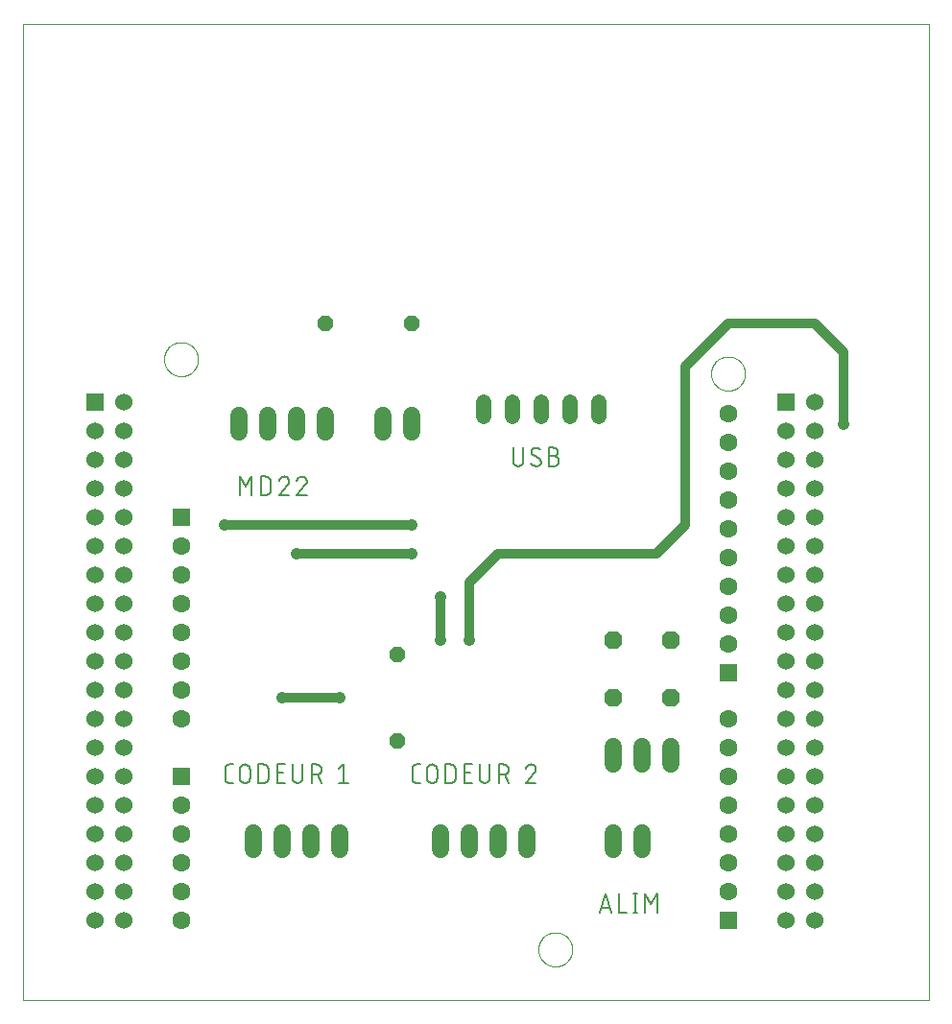
<source format=gtl>
G75*
%MOIN*%
%OFA0B0*%
%FSLAX25Y25*%
%IPPOS*%
%LPD*%
%AMOC8*
5,1,8,0,0,1.08239X$1,22.5*
%
%ADD10C,0.00000*%
%ADD11C,0.00600*%
%ADD12R,0.06024X0.06024*%
%ADD13C,0.06024*%
%ADD14R,0.06319X0.06319*%
%ADD15C,0.06319*%
%ADD16C,0.05937*%
%ADD17C,0.05200*%
%ADD18C,0.06000*%
%ADD19OC8,0.06300*%
%ADD20OC8,0.05200*%
%ADD21C,0.04159*%
%ADD22C,0.03200*%
D10*
X0001000Y0001000D02*
X0001000Y0339701D01*
X0315921Y0339701D01*
X0315921Y0001000D01*
X0001000Y0001000D01*
X0180094Y0018441D02*
X0180096Y0018594D01*
X0180102Y0018748D01*
X0180112Y0018901D01*
X0180126Y0019053D01*
X0180144Y0019206D01*
X0180166Y0019357D01*
X0180191Y0019508D01*
X0180221Y0019659D01*
X0180255Y0019809D01*
X0180292Y0019957D01*
X0180333Y0020105D01*
X0180378Y0020251D01*
X0180427Y0020397D01*
X0180480Y0020541D01*
X0180536Y0020683D01*
X0180596Y0020824D01*
X0180660Y0020964D01*
X0180727Y0021102D01*
X0180798Y0021238D01*
X0180873Y0021372D01*
X0180950Y0021504D01*
X0181032Y0021634D01*
X0181116Y0021762D01*
X0181204Y0021888D01*
X0181295Y0022011D01*
X0181389Y0022132D01*
X0181487Y0022250D01*
X0181587Y0022366D01*
X0181691Y0022479D01*
X0181797Y0022590D01*
X0181906Y0022698D01*
X0182018Y0022803D01*
X0182132Y0022904D01*
X0182250Y0023003D01*
X0182369Y0023099D01*
X0182491Y0023192D01*
X0182616Y0023281D01*
X0182743Y0023368D01*
X0182872Y0023450D01*
X0183003Y0023530D01*
X0183136Y0023606D01*
X0183271Y0023679D01*
X0183408Y0023748D01*
X0183547Y0023813D01*
X0183687Y0023875D01*
X0183829Y0023933D01*
X0183972Y0023988D01*
X0184117Y0024039D01*
X0184263Y0024086D01*
X0184410Y0024129D01*
X0184558Y0024168D01*
X0184707Y0024204D01*
X0184857Y0024235D01*
X0185008Y0024263D01*
X0185159Y0024287D01*
X0185312Y0024307D01*
X0185464Y0024323D01*
X0185617Y0024335D01*
X0185770Y0024343D01*
X0185923Y0024347D01*
X0186077Y0024347D01*
X0186230Y0024343D01*
X0186383Y0024335D01*
X0186536Y0024323D01*
X0186688Y0024307D01*
X0186841Y0024287D01*
X0186992Y0024263D01*
X0187143Y0024235D01*
X0187293Y0024204D01*
X0187442Y0024168D01*
X0187590Y0024129D01*
X0187737Y0024086D01*
X0187883Y0024039D01*
X0188028Y0023988D01*
X0188171Y0023933D01*
X0188313Y0023875D01*
X0188453Y0023813D01*
X0188592Y0023748D01*
X0188729Y0023679D01*
X0188864Y0023606D01*
X0188997Y0023530D01*
X0189128Y0023450D01*
X0189257Y0023368D01*
X0189384Y0023281D01*
X0189509Y0023192D01*
X0189631Y0023099D01*
X0189750Y0023003D01*
X0189868Y0022904D01*
X0189982Y0022803D01*
X0190094Y0022698D01*
X0190203Y0022590D01*
X0190309Y0022479D01*
X0190413Y0022366D01*
X0190513Y0022250D01*
X0190611Y0022132D01*
X0190705Y0022011D01*
X0190796Y0021888D01*
X0190884Y0021762D01*
X0190968Y0021634D01*
X0191050Y0021504D01*
X0191127Y0021372D01*
X0191202Y0021238D01*
X0191273Y0021102D01*
X0191340Y0020964D01*
X0191404Y0020824D01*
X0191464Y0020683D01*
X0191520Y0020541D01*
X0191573Y0020397D01*
X0191622Y0020251D01*
X0191667Y0020105D01*
X0191708Y0019957D01*
X0191745Y0019809D01*
X0191779Y0019659D01*
X0191809Y0019508D01*
X0191834Y0019357D01*
X0191856Y0019206D01*
X0191874Y0019053D01*
X0191888Y0018901D01*
X0191898Y0018748D01*
X0191904Y0018594D01*
X0191906Y0018441D01*
X0191904Y0018288D01*
X0191898Y0018134D01*
X0191888Y0017981D01*
X0191874Y0017829D01*
X0191856Y0017676D01*
X0191834Y0017525D01*
X0191809Y0017374D01*
X0191779Y0017223D01*
X0191745Y0017073D01*
X0191708Y0016925D01*
X0191667Y0016777D01*
X0191622Y0016631D01*
X0191573Y0016485D01*
X0191520Y0016341D01*
X0191464Y0016199D01*
X0191404Y0016058D01*
X0191340Y0015918D01*
X0191273Y0015780D01*
X0191202Y0015644D01*
X0191127Y0015510D01*
X0191050Y0015378D01*
X0190968Y0015248D01*
X0190884Y0015120D01*
X0190796Y0014994D01*
X0190705Y0014871D01*
X0190611Y0014750D01*
X0190513Y0014632D01*
X0190413Y0014516D01*
X0190309Y0014403D01*
X0190203Y0014292D01*
X0190094Y0014184D01*
X0189982Y0014079D01*
X0189868Y0013978D01*
X0189750Y0013879D01*
X0189631Y0013783D01*
X0189509Y0013690D01*
X0189384Y0013601D01*
X0189257Y0013514D01*
X0189128Y0013432D01*
X0188997Y0013352D01*
X0188864Y0013276D01*
X0188729Y0013203D01*
X0188592Y0013134D01*
X0188453Y0013069D01*
X0188313Y0013007D01*
X0188171Y0012949D01*
X0188028Y0012894D01*
X0187883Y0012843D01*
X0187737Y0012796D01*
X0187590Y0012753D01*
X0187442Y0012714D01*
X0187293Y0012678D01*
X0187143Y0012647D01*
X0186992Y0012619D01*
X0186841Y0012595D01*
X0186688Y0012575D01*
X0186536Y0012559D01*
X0186383Y0012547D01*
X0186230Y0012539D01*
X0186077Y0012535D01*
X0185923Y0012535D01*
X0185770Y0012539D01*
X0185617Y0012547D01*
X0185464Y0012559D01*
X0185312Y0012575D01*
X0185159Y0012595D01*
X0185008Y0012619D01*
X0184857Y0012647D01*
X0184707Y0012678D01*
X0184558Y0012714D01*
X0184410Y0012753D01*
X0184263Y0012796D01*
X0184117Y0012843D01*
X0183972Y0012894D01*
X0183829Y0012949D01*
X0183687Y0013007D01*
X0183547Y0013069D01*
X0183408Y0013134D01*
X0183271Y0013203D01*
X0183136Y0013276D01*
X0183003Y0013352D01*
X0182872Y0013432D01*
X0182743Y0013514D01*
X0182616Y0013601D01*
X0182491Y0013690D01*
X0182369Y0013783D01*
X0182250Y0013879D01*
X0182132Y0013978D01*
X0182018Y0014079D01*
X0181906Y0014184D01*
X0181797Y0014292D01*
X0181691Y0014403D01*
X0181587Y0014516D01*
X0181487Y0014632D01*
X0181389Y0014750D01*
X0181295Y0014871D01*
X0181204Y0014994D01*
X0181116Y0015120D01*
X0181032Y0015248D01*
X0180950Y0015378D01*
X0180873Y0015510D01*
X0180798Y0015644D01*
X0180727Y0015780D01*
X0180660Y0015918D01*
X0180596Y0016058D01*
X0180536Y0016199D01*
X0180480Y0016341D01*
X0180427Y0016485D01*
X0180378Y0016631D01*
X0180333Y0016777D01*
X0180292Y0016925D01*
X0180255Y0017073D01*
X0180221Y0017223D01*
X0180191Y0017374D01*
X0180166Y0017525D01*
X0180144Y0017676D01*
X0180126Y0017829D01*
X0180112Y0017981D01*
X0180102Y0018134D01*
X0180096Y0018288D01*
X0180094Y0018441D01*
X0240094Y0218441D02*
X0240096Y0218594D01*
X0240102Y0218748D01*
X0240112Y0218901D01*
X0240126Y0219053D01*
X0240144Y0219206D01*
X0240166Y0219357D01*
X0240191Y0219508D01*
X0240221Y0219659D01*
X0240255Y0219809D01*
X0240292Y0219957D01*
X0240333Y0220105D01*
X0240378Y0220251D01*
X0240427Y0220397D01*
X0240480Y0220541D01*
X0240536Y0220683D01*
X0240596Y0220824D01*
X0240660Y0220964D01*
X0240727Y0221102D01*
X0240798Y0221238D01*
X0240873Y0221372D01*
X0240950Y0221504D01*
X0241032Y0221634D01*
X0241116Y0221762D01*
X0241204Y0221888D01*
X0241295Y0222011D01*
X0241389Y0222132D01*
X0241487Y0222250D01*
X0241587Y0222366D01*
X0241691Y0222479D01*
X0241797Y0222590D01*
X0241906Y0222698D01*
X0242018Y0222803D01*
X0242132Y0222904D01*
X0242250Y0223003D01*
X0242369Y0223099D01*
X0242491Y0223192D01*
X0242616Y0223281D01*
X0242743Y0223368D01*
X0242872Y0223450D01*
X0243003Y0223530D01*
X0243136Y0223606D01*
X0243271Y0223679D01*
X0243408Y0223748D01*
X0243547Y0223813D01*
X0243687Y0223875D01*
X0243829Y0223933D01*
X0243972Y0223988D01*
X0244117Y0224039D01*
X0244263Y0224086D01*
X0244410Y0224129D01*
X0244558Y0224168D01*
X0244707Y0224204D01*
X0244857Y0224235D01*
X0245008Y0224263D01*
X0245159Y0224287D01*
X0245312Y0224307D01*
X0245464Y0224323D01*
X0245617Y0224335D01*
X0245770Y0224343D01*
X0245923Y0224347D01*
X0246077Y0224347D01*
X0246230Y0224343D01*
X0246383Y0224335D01*
X0246536Y0224323D01*
X0246688Y0224307D01*
X0246841Y0224287D01*
X0246992Y0224263D01*
X0247143Y0224235D01*
X0247293Y0224204D01*
X0247442Y0224168D01*
X0247590Y0224129D01*
X0247737Y0224086D01*
X0247883Y0224039D01*
X0248028Y0223988D01*
X0248171Y0223933D01*
X0248313Y0223875D01*
X0248453Y0223813D01*
X0248592Y0223748D01*
X0248729Y0223679D01*
X0248864Y0223606D01*
X0248997Y0223530D01*
X0249128Y0223450D01*
X0249257Y0223368D01*
X0249384Y0223281D01*
X0249509Y0223192D01*
X0249631Y0223099D01*
X0249750Y0223003D01*
X0249868Y0222904D01*
X0249982Y0222803D01*
X0250094Y0222698D01*
X0250203Y0222590D01*
X0250309Y0222479D01*
X0250413Y0222366D01*
X0250513Y0222250D01*
X0250611Y0222132D01*
X0250705Y0222011D01*
X0250796Y0221888D01*
X0250884Y0221762D01*
X0250968Y0221634D01*
X0251050Y0221504D01*
X0251127Y0221372D01*
X0251202Y0221238D01*
X0251273Y0221102D01*
X0251340Y0220964D01*
X0251404Y0220824D01*
X0251464Y0220683D01*
X0251520Y0220541D01*
X0251573Y0220397D01*
X0251622Y0220251D01*
X0251667Y0220105D01*
X0251708Y0219957D01*
X0251745Y0219809D01*
X0251779Y0219659D01*
X0251809Y0219508D01*
X0251834Y0219357D01*
X0251856Y0219206D01*
X0251874Y0219053D01*
X0251888Y0218901D01*
X0251898Y0218748D01*
X0251904Y0218594D01*
X0251906Y0218441D01*
X0251904Y0218288D01*
X0251898Y0218134D01*
X0251888Y0217981D01*
X0251874Y0217829D01*
X0251856Y0217676D01*
X0251834Y0217525D01*
X0251809Y0217374D01*
X0251779Y0217223D01*
X0251745Y0217073D01*
X0251708Y0216925D01*
X0251667Y0216777D01*
X0251622Y0216631D01*
X0251573Y0216485D01*
X0251520Y0216341D01*
X0251464Y0216199D01*
X0251404Y0216058D01*
X0251340Y0215918D01*
X0251273Y0215780D01*
X0251202Y0215644D01*
X0251127Y0215510D01*
X0251050Y0215378D01*
X0250968Y0215248D01*
X0250884Y0215120D01*
X0250796Y0214994D01*
X0250705Y0214871D01*
X0250611Y0214750D01*
X0250513Y0214632D01*
X0250413Y0214516D01*
X0250309Y0214403D01*
X0250203Y0214292D01*
X0250094Y0214184D01*
X0249982Y0214079D01*
X0249868Y0213978D01*
X0249750Y0213879D01*
X0249631Y0213783D01*
X0249509Y0213690D01*
X0249384Y0213601D01*
X0249257Y0213514D01*
X0249128Y0213432D01*
X0248997Y0213352D01*
X0248864Y0213276D01*
X0248729Y0213203D01*
X0248592Y0213134D01*
X0248453Y0213069D01*
X0248313Y0213007D01*
X0248171Y0212949D01*
X0248028Y0212894D01*
X0247883Y0212843D01*
X0247737Y0212796D01*
X0247590Y0212753D01*
X0247442Y0212714D01*
X0247293Y0212678D01*
X0247143Y0212647D01*
X0246992Y0212619D01*
X0246841Y0212595D01*
X0246688Y0212575D01*
X0246536Y0212559D01*
X0246383Y0212547D01*
X0246230Y0212539D01*
X0246077Y0212535D01*
X0245923Y0212535D01*
X0245770Y0212539D01*
X0245617Y0212547D01*
X0245464Y0212559D01*
X0245312Y0212575D01*
X0245159Y0212595D01*
X0245008Y0212619D01*
X0244857Y0212647D01*
X0244707Y0212678D01*
X0244558Y0212714D01*
X0244410Y0212753D01*
X0244263Y0212796D01*
X0244117Y0212843D01*
X0243972Y0212894D01*
X0243829Y0212949D01*
X0243687Y0213007D01*
X0243547Y0213069D01*
X0243408Y0213134D01*
X0243271Y0213203D01*
X0243136Y0213276D01*
X0243003Y0213352D01*
X0242872Y0213432D01*
X0242743Y0213514D01*
X0242616Y0213601D01*
X0242491Y0213690D01*
X0242369Y0213783D01*
X0242250Y0213879D01*
X0242132Y0213978D01*
X0242018Y0214079D01*
X0241906Y0214184D01*
X0241797Y0214292D01*
X0241691Y0214403D01*
X0241587Y0214516D01*
X0241487Y0214632D01*
X0241389Y0214750D01*
X0241295Y0214871D01*
X0241204Y0214994D01*
X0241116Y0215120D01*
X0241032Y0215248D01*
X0240950Y0215378D01*
X0240873Y0215510D01*
X0240798Y0215644D01*
X0240727Y0215780D01*
X0240660Y0215918D01*
X0240596Y0216058D01*
X0240536Y0216199D01*
X0240480Y0216341D01*
X0240427Y0216485D01*
X0240378Y0216631D01*
X0240333Y0216777D01*
X0240292Y0216925D01*
X0240255Y0217073D01*
X0240221Y0217223D01*
X0240191Y0217374D01*
X0240166Y0217525D01*
X0240144Y0217676D01*
X0240126Y0217829D01*
X0240112Y0217981D01*
X0240102Y0218134D01*
X0240096Y0218288D01*
X0240094Y0218441D01*
X0050094Y0223441D02*
X0050096Y0223594D01*
X0050102Y0223748D01*
X0050112Y0223901D01*
X0050126Y0224053D01*
X0050144Y0224206D01*
X0050166Y0224357D01*
X0050191Y0224508D01*
X0050221Y0224659D01*
X0050255Y0224809D01*
X0050292Y0224957D01*
X0050333Y0225105D01*
X0050378Y0225251D01*
X0050427Y0225397D01*
X0050480Y0225541D01*
X0050536Y0225683D01*
X0050596Y0225824D01*
X0050660Y0225964D01*
X0050727Y0226102D01*
X0050798Y0226238D01*
X0050873Y0226372D01*
X0050950Y0226504D01*
X0051032Y0226634D01*
X0051116Y0226762D01*
X0051204Y0226888D01*
X0051295Y0227011D01*
X0051389Y0227132D01*
X0051487Y0227250D01*
X0051587Y0227366D01*
X0051691Y0227479D01*
X0051797Y0227590D01*
X0051906Y0227698D01*
X0052018Y0227803D01*
X0052132Y0227904D01*
X0052250Y0228003D01*
X0052369Y0228099D01*
X0052491Y0228192D01*
X0052616Y0228281D01*
X0052743Y0228368D01*
X0052872Y0228450D01*
X0053003Y0228530D01*
X0053136Y0228606D01*
X0053271Y0228679D01*
X0053408Y0228748D01*
X0053547Y0228813D01*
X0053687Y0228875D01*
X0053829Y0228933D01*
X0053972Y0228988D01*
X0054117Y0229039D01*
X0054263Y0229086D01*
X0054410Y0229129D01*
X0054558Y0229168D01*
X0054707Y0229204D01*
X0054857Y0229235D01*
X0055008Y0229263D01*
X0055159Y0229287D01*
X0055312Y0229307D01*
X0055464Y0229323D01*
X0055617Y0229335D01*
X0055770Y0229343D01*
X0055923Y0229347D01*
X0056077Y0229347D01*
X0056230Y0229343D01*
X0056383Y0229335D01*
X0056536Y0229323D01*
X0056688Y0229307D01*
X0056841Y0229287D01*
X0056992Y0229263D01*
X0057143Y0229235D01*
X0057293Y0229204D01*
X0057442Y0229168D01*
X0057590Y0229129D01*
X0057737Y0229086D01*
X0057883Y0229039D01*
X0058028Y0228988D01*
X0058171Y0228933D01*
X0058313Y0228875D01*
X0058453Y0228813D01*
X0058592Y0228748D01*
X0058729Y0228679D01*
X0058864Y0228606D01*
X0058997Y0228530D01*
X0059128Y0228450D01*
X0059257Y0228368D01*
X0059384Y0228281D01*
X0059509Y0228192D01*
X0059631Y0228099D01*
X0059750Y0228003D01*
X0059868Y0227904D01*
X0059982Y0227803D01*
X0060094Y0227698D01*
X0060203Y0227590D01*
X0060309Y0227479D01*
X0060413Y0227366D01*
X0060513Y0227250D01*
X0060611Y0227132D01*
X0060705Y0227011D01*
X0060796Y0226888D01*
X0060884Y0226762D01*
X0060968Y0226634D01*
X0061050Y0226504D01*
X0061127Y0226372D01*
X0061202Y0226238D01*
X0061273Y0226102D01*
X0061340Y0225964D01*
X0061404Y0225824D01*
X0061464Y0225683D01*
X0061520Y0225541D01*
X0061573Y0225397D01*
X0061622Y0225251D01*
X0061667Y0225105D01*
X0061708Y0224957D01*
X0061745Y0224809D01*
X0061779Y0224659D01*
X0061809Y0224508D01*
X0061834Y0224357D01*
X0061856Y0224206D01*
X0061874Y0224053D01*
X0061888Y0223901D01*
X0061898Y0223748D01*
X0061904Y0223594D01*
X0061906Y0223441D01*
X0061904Y0223288D01*
X0061898Y0223134D01*
X0061888Y0222981D01*
X0061874Y0222829D01*
X0061856Y0222676D01*
X0061834Y0222525D01*
X0061809Y0222374D01*
X0061779Y0222223D01*
X0061745Y0222073D01*
X0061708Y0221925D01*
X0061667Y0221777D01*
X0061622Y0221631D01*
X0061573Y0221485D01*
X0061520Y0221341D01*
X0061464Y0221199D01*
X0061404Y0221058D01*
X0061340Y0220918D01*
X0061273Y0220780D01*
X0061202Y0220644D01*
X0061127Y0220510D01*
X0061050Y0220378D01*
X0060968Y0220248D01*
X0060884Y0220120D01*
X0060796Y0219994D01*
X0060705Y0219871D01*
X0060611Y0219750D01*
X0060513Y0219632D01*
X0060413Y0219516D01*
X0060309Y0219403D01*
X0060203Y0219292D01*
X0060094Y0219184D01*
X0059982Y0219079D01*
X0059868Y0218978D01*
X0059750Y0218879D01*
X0059631Y0218783D01*
X0059509Y0218690D01*
X0059384Y0218601D01*
X0059257Y0218514D01*
X0059128Y0218432D01*
X0058997Y0218352D01*
X0058864Y0218276D01*
X0058729Y0218203D01*
X0058592Y0218134D01*
X0058453Y0218069D01*
X0058313Y0218007D01*
X0058171Y0217949D01*
X0058028Y0217894D01*
X0057883Y0217843D01*
X0057737Y0217796D01*
X0057590Y0217753D01*
X0057442Y0217714D01*
X0057293Y0217678D01*
X0057143Y0217647D01*
X0056992Y0217619D01*
X0056841Y0217595D01*
X0056688Y0217575D01*
X0056536Y0217559D01*
X0056383Y0217547D01*
X0056230Y0217539D01*
X0056077Y0217535D01*
X0055923Y0217535D01*
X0055770Y0217539D01*
X0055617Y0217547D01*
X0055464Y0217559D01*
X0055312Y0217575D01*
X0055159Y0217595D01*
X0055008Y0217619D01*
X0054857Y0217647D01*
X0054707Y0217678D01*
X0054558Y0217714D01*
X0054410Y0217753D01*
X0054263Y0217796D01*
X0054117Y0217843D01*
X0053972Y0217894D01*
X0053829Y0217949D01*
X0053687Y0218007D01*
X0053547Y0218069D01*
X0053408Y0218134D01*
X0053271Y0218203D01*
X0053136Y0218276D01*
X0053003Y0218352D01*
X0052872Y0218432D01*
X0052743Y0218514D01*
X0052616Y0218601D01*
X0052491Y0218690D01*
X0052369Y0218783D01*
X0052250Y0218879D01*
X0052132Y0218978D01*
X0052018Y0219079D01*
X0051906Y0219184D01*
X0051797Y0219292D01*
X0051691Y0219403D01*
X0051587Y0219516D01*
X0051487Y0219632D01*
X0051389Y0219750D01*
X0051295Y0219871D01*
X0051204Y0219994D01*
X0051116Y0220120D01*
X0051032Y0220248D01*
X0050950Y0220378D01*
X0050873Y0220510D01*
X0050798Y0220644D01*
X0050727Y0220780D01*
X0050660Y0220918D01*
X0050596Y0221058D01*
X0050536Y0221199D01*
X0050480Y0221341D01*
X0050427Y0221485D01*
X0050378Y0221631D01*
X0050333Y0221777D01*
X0050292Y0221925D01*
X0050255Y0222073D01*
X0050221Y0222223D01*
X0050191Y0222374D01*
X0050166Y0222525D01*
X0050144Y0222676D01*
X0050126Y0222829D01*
X0050112Y0222981D01*
X0050102Y0223134D01*
X0050096Y0223288D01*
X0050094Y0223441D01*
D11*
X0076300Y0182700D02*
X0078433Y0179144D01*
X0080567Y0182700D01*
X0080567Y0176300D01*
X0083630Y0176300D02*
X0085408Y0176300D01*
X0085490Y0176302D01*
X0085572Y0176308D01*
X0085654Y0176317D01*
X0085735Y0176330D01*
X0085815Y0176347D01*
X0085895Y0176368D01*
X0085973Y0176392D01*
X0086050Y0176420D01*
X0086126Y0176451D01*
X0086201Y0176486D01*
X0086273Y0176525D01*
X0086344Y0176566D01*
X0086413Y0176611D01*
X0086479Y0176659D01*
X0086544Y0176710D01*
X0086606Y0176764D01*
X0086665Y0176821D01*
X0086722Y0176880D01*
X0086776Y0176942D01*
X0086827Y0177007D01*
X0086875Y0177073D01*
X0086920Y0177142D01*
X0086961Y0177213D01*
X0087000Y0177285D01*
X0087035Y0177360D01*
X0087066Y0177436D01*
X0087094Y0177513D01*
X0087118Y0177591D01*
X0087139Y0177671D01*
X0087156Y0177751D01*
X0087169Y0177832D01*
X0087178Y0177914D01*
X0087184Y0177996D01*
X0087186Y0178078D01*
X0087186Y0180922D01*
X0087184Y0181004D01*
X0087178Y0181086D01*
X0087169Y0181168D01*
X0087156Y0181249D01*
X0087139Y0181329D01*
X0087118Y0181409D01*
X0087094Y0181487D01*
X0087066Y0181564D01*
X0087035Y0181640D01*
X0087000Y0181715D01*
X0086961Y0181787D01*
X0086920Y0181858D01*
X0086875Y0181927D01*
X0086827Y0181993D01*
X0086776Y0182058D01*
X0086722Y0182120D01*
X0086665Y0182179D01*
X0086606Y0182236D01*
X0086544Y0182290D01*
X0086479Y0182341D01*
X0086413Y0182389D01*
X0086344Y0182434D01*
X0086273Y0182475D01*
X0086201Y0182514D01*
X0086126Y0182549D01*
X0086050Y0182580D01*
X0085973Y0182608D01*
X0085895Y0182632D01*
X0085815Y0182653D01*
X0085735Y0182670D01*
X0085654Y0182683D01*
X0085572Y0182692D01*
X0085490Y0182698D01*
X0085408Y0182700D01*
X0083630Y0182700D01*
X0083630Y0176300D01*
X0089989Y0176300D02*
X0093545Y0176300D01*
X0096143Y0176300D02*
X0099699Y0176300D01*
X0096143Y0176300D02*
X0099166Y0179856D01*
X0098099Y0182700D02*
X0098010Y0182698D01*
X0097921Y0182692D01*
X0097832Y0182683D01*
X0097744Y0182669D01*
X0097657Y0182652D01*
X0097570Y0182631D01*
X0097484Y0182606D01*
X0097400Y0182578D01*
X0097317Y0182545D01*
X0097235Y0182510D01*
X0097155Y0182470D01*
X0097077Y0182428D01*
X0097000Y0182382D01*
X0096926Y0182333D01*
X0096854Y0182280D01*
X0096784Y0182225D01*
X0096717Y0182166D01*
X0096652Y0182105D01*
X0096590Y0182041D01*
X0096531Y0181974D01*
X0096475Y0181905D01*
X0096422Y0181833D01*
X0096372Y0181759D01*
X0096325Y0181683D01*
X0096282Y0181606D01*
X0096242Y0181526D01*
X0096205Y0181445D01*
X0096172Y0181362D01*
X0096143Y0181277D01*
X0099166Y0179855D02*
X0099223Y0179913D01*
X0099279Y0179974D01*
X0099331Y0180037D01*
X0099380Y0180102D01*
X0099426Y0180170D01*
X0099468Y0180240D01*
X0099508Y0180312D01*
X0099543Y0180385D01*
X0099576Y0180461D01*
X0099604Y0180537D01*
X0099629Y0180615D01*
X0099650Y0180694D01*
X0099668Y0180774D01*
X0099681Y0180855D01*
X0099691Y0180936D01*
X0099697Y0181018D01*
X0099699Y0181100D01*
X0099697Y0181179D01*
X0099691Y0181257D01*
X0099682Y0181335D01*
X0099668Y0181412D01*
X0099651Y0181489D01*
X0099630Y0181564D01*
X0099605Y0181639D01*
X0099577Y0181712D01*
X0099545Y0181784D01*
X0099510Y0181854D01*
X0099471Y0181923D01*
X0099429Y0181989D01*
X0099384Y0182053D01*
X0099336Y0182115D01*
X0099285Y0182174D01*
X0099230Y0182231D01*
X0099173Y0182286D01*
X0099114Y0182337D01*
X0099052Y0182385D01*
X0098988Y0182430D01*
X0098922Y0182472D01*
X0098853Y0182511D01*
X0098783Y0182546D01*
X0098711Y0182578D01*
X0098638Y0182606D01*
X0098563Y0182631D01*
X0098488Y0182652D01*
X0098411Y0182669D01*
X0098334Y0182683D01*
X0098256Y0182692D01*
X0098178Y0182698D01*
X0098099Y0182700D01*
X0093012Y0179856D02*
X0089989Y0176300D01*
X0089989Y0181277D02*
X0090018Y0181362D01*
X0090051Y0181445D01*
X0090088Y0181526D01*
X0090128Y0181606D01*
X0090171Y0181683D01*
X0090218Y0181759D01*
X0090268Y0181833D01*
X0090321Y0181905D01*
X0090377Y0181974D01*
X0090436Y0182041D01*
X0090498Y0182105D01*
X0090563Y0182166D01*
X0090630Y0182225D01*
X0090700Y0182280D01*
X0090772Y0182333D01*
X0090846Y0182382D01*
X0090923Y0182428D01*
X0091001Y0182470D01*
X0091081Y0182510D01*
X0091163Y0182545D01*
X0091246Y0182578D01*
X0091330Y0182606D01*
X0091416Y0182631D01*
X0091503Y0182652D01*
X0091590Y0182669D01*
X0091678Y0182683D01*
X0091767Y0182692D01*
X0091856Y0182698D01*
X0091945Y0182700D01*
X0092024Y0182698D01*
X0092102Y0182692D01*
X0092180Y0182683D01*
X0092257Y0182669D01*
X0092334Y0182652D01*
X0092409Y0182631D01*
X0092484Y0182606D01*
X0092557Y0182578D01*
X0092629Y0182546D01*
X0092699Y0182511D01*
X0092768Y0182472D01*
X0092834Y0182430D01*
X0092898Y0182385D01*
X0092960Y0182337D01*
X0093019Y0182286D01*
X0093076Y0182231D01*
X0093131Y0182174D01*
X0093182Y0182115D01*
X0093230Y0182053D01*
X0093275Y0181989D01*
X0093317Y0181923D01*
X0093356Y0181854D01*
X0093391Y0181784D01*
X0093423Y0181712D01*
X0093451Y0181639D01*
X0093476Y0181564D01*
X0093497Y0181489D01*
X0093514Y0181412D01*
X0093528Y0181335D01*
X0093537Y0181257D01*
X0093543Y0181179D01*
X0093545Y0181100D01*
X0093543Y0181018D01*
X0093537Y0180936D01*
X0093527Y0180855D01*
X0093514Y0180774D01*
X0093496Y0180694D01*
X0093475Y0180615D01*
X0093450Y0180537D01*
X0093422Y0180461D01*
X0093389Y0180385D01*
X0093354Y0180312D01*
X0093314Y0180240D01*
X0093272Y0180170D01*
X0093226Y0180102D01*
X0093177Y0180037D01*
X0093125Y0179974D01*
X0093069Y0179913D01*
X0093012Y0179855D01*
X0076300Y0182700D02*
X0076300Y0176300D01*
X0074144Y0082700D02*
X0072722Y0082700D01*
X0072648Y0082698D01*
X0072573Y0082692D01*
X0072500Y0082682D01*
X0072426Y0082669D01*
X0072354Y0082652D01*
X0072283Y0082630D01*
X0072212Y0082606D01*
X0072144Y0082577D01*
X0072076Y0082545D01*
X0072011Y0082509D01*
X0071948Y0082471D01*
X0071886Y0082428D01*
X0071827Y0082383D01*
X0071770Y0082335D01*
X0071716Y0082284D01*
X0071665Y0082229D01*
X0071617Y0082173D01*
X0071572Y0082114D01*
X0071529Y0082052D01*
X0071491Y0081989D01*
X0071455Y0081924D01*
X0071423Y0081856D01*
X0071394Y0081788D01*
X0071370Y0081717D01*
X0071348Y0081646D01*
X0071331Y0081574D01*
X0071318Y0081500D01*
X0071308Y0081427D01*
X0071302Y0081352D01*
X0071300Y0081278D01*
X0071300Y0077722D01*
X0071302Y0077648D01*
X0071308Y0077573D01*
X0071318Y0077500D01*
X0071331Y0077426D01*
X0071348Y0077354D01*
X0071370Y0077283D01*
X0071394Y0077212D01*
X0071423Y0077144D01*
X0071455Y0077076D01*
X0071491Y0077011D01*
X0071529Y0076948D01*
X0071572Y0076886D01*
X0071617Y0076827D01*
X0071665Y0076770D01*
X0071716Y0076716D01*
X0071770Y0076665D01*
X0071827Y0076617D01*
X0071886Y0076572D01*
X0071948Y0076529D01*
X0072011Y0076491D01*
X0072076Y0076455D01*
X0072144Y0076423D01*
X0072212Y0076394D01*
X0072283Y0076370D01*
X0072354Y0076348D01*
X0072426Y0076331D01*
X0072500Y0076318D01*
X0072573Y0076308D01*
X0072648Y0076302D01*
X0072722Y0076300D01*
X0074144Y0076300D01*
X0076444Y0078078D02*
X0076444Y0080922D01*
X0076446Y0081005D01*
X0076452Y0081088D01*
X0076462Y0081171D01*
X0076475Y0081254D01*
X0076493Y0081335D01*
X0076514Y0081416D01*
X0076539Y0081495D01*
X0076568Y0081573D01*
X0076600Y0081650D01*
X0076636Y0081725D01*
X0076675Y0081799D01*
X0076718Y0081870D01*
X0076764Y0081940D01*
X0076814Y0082007D01*
X0076866Y0082072D01*
X0076921Y0082134D01*
X0076980Y0082194D01*
X0077041Y0082251D01*
X0077104Y0082305D01*
X0077170Y0082356D01*
X0077239Y0082403D01*
X0077309Y0082448D01*
X0077382Y0082489D01*
X0077456Y0082526D01*
X0077532Y0082561D01*
X0077610Y0082591D01*
X0077688Y0082618D01*
X0077769Y0082641D01*
X0077850Y0082661D01*
X0077932Y0082676D01*
X0078014Y0082688D01*
X0078097Y0082696D01*
X0078180Y0082700D01*
X0078264Y0082700D01*
X0078347Y0082696D01*
X0078430Y0082688D01*
X0078512Y0082676D01*
X0078594Y0082661D01*
X0078675Y0082641D01*
X0078756Y0082618D01*
X0078834Y0082591D01*
X0078912Y0082561D01*
X0078988Y0082526D01*
X0079062Y0082489D01*
X0079135Y0082448D01*
X0079205Y0082403D01*
X0079274Y0082356D01*
X0079340Y0082305D01*
X0079403Y0082251D01*
X0079464Y0082194D01*
X0079523Y0082134D01*
X0079578Y0082072D01*
X0079630Y0082007D01*
X0079680Y0081940D01*
X0079726Y0081870D01*
X0079769Y0081799D01*
X0079808Y0081725D01*
X0079844Y0081650D01*
X0079876Y0081573D01*
X0079905Y0081495D01*
X0079930Y0081416D01*
X0079951Y0081335D01*
X0079969Y0081254D01*
X0079982Y0081171D01*
X0079992Y0081088D01*
X0079998Y0081005D01*
X0080000Y0080922D01*
X0079999Y0080922D02*
X0079999Y0078078D01*
X0080000Y0078078D02*
X0079998Y0077995D01*
X0079992Y0077912D01*
X0079982Y0077829D01*
X0079969Y0077746D01*
X0079951Y0077665D01*
X0079930Y0077584D01*
X0079905Y0077505D01*
X0079876Y0077427D01*
X0079844Y0077350D01*
X0079808Y0077275D01*
X0079769Y0077201D01*
X0079726Y0077130D01*
X0079680Y0077060D01*
X0079630Y0076993D01*
X0079578Y0076928D01*
X0079523Y0076866D01*
X0079464Y0076806D01*
X0079403Y0076749D01*
X0079340Y0076695D01*
X0079274Y0076644D01*
X0079205Y0076597D01*
X0079135Y0076552D01*
X0079062Y0076511D01*
X0078988Y0076474D01*
X0078912Y0076439D01*
X0078834Y0076409D01*
X0078756Y0076382D01*
X0078675Y0076359D01*
X0078594Y0076339D01*
X0078512Y0076324D01*
X0078430Y0076312D01*
X0078347Y0076304D01*
X0078264Y0076300D01*
X0078180Y0076300D01*
X0078097Y0076304D01*
X0078014Y0076312D01*
X0077932Y0076324D01*
X0077850Y0076339D01*
X0077769Y0076359D01*
X0077688Y0076382D01*
X0077610Y0076409D01*
X0077532Y0076439D01*
X0077456Y0076474D01*
X0077382Y0076511D01*
X0077309Y0076552D01*
X0077239Y0076597D01*
X0077170Y0076644D01*
X0077104Y0076695D01*
X0077041Y0076749D01*
X0076980Y0076806D01*
X0076921Y0076866D01*
X0076866Y0076928D01*
X0076814Y0076993D01*
X0076764Y0077060D01*
X0076718Y0077130D01*
X0076675Y0077201D01*
X0076636Y0077275D01*
X0076600Y0077350D01*
X0076568Y0077427D01*
X0076539Y0077505D01*
X0076514Y0077584D01*
X0076493Y0077665D01*
X0076475Y0077746D01*
X0076462Y0077829D01*
X0076452Y0077912D01*
X0076446Y0077995D01*
X0076444Y0078078D01*
X0082803Y0076300D02*
X0082803Y0082700D01*
X0084581Y0082700D01*
X0084663Y0082698D01*
X0084745Y0082692D01*
X0084827Y0082683D01*
X0084908Y0082670D01*
X0084988Y0082653D01*
X0085068Y0082632D01*
X0085146Y0082608D01*
X0085223Y0082580D01*
X0085299Y0082549D01*
X0085374Y0082514D01*
X0085446Y0082475D01*
X0085517Y0082434D01*
X0085586Y0082389D01*
X0085652Y0082341D01*
X0085717Y0082290D01*
X0085779Y0082236D01*
X0085838Y0082179D01*
X0085895Y0082120D01*
X0085949Y0082058D01*
X0086000Y0081993D01*
X0086048Y0081927D01*
X0086093Y0081858D01*
X0086134Y0081787D01*
X0086173Y0081715D01*
X0086208Y0081640D01*
X0086239Y0081564D01*
X0086267Y0081487D01*
X0086291Y0081409D01*
X0086312Y0081329D01*
X0086329Y0081249D01*
X0086342Y0081168D01*
X0086351Y0081086D01*
X0086357Y0081004D01*
X0086359Y0080922D01*
X0086359Y0078078D01*
X0086357Y0077996D01*
X0086351Y0077914D01*
X0086342Y0077832D01*
X0086329Y0077751D01*
X0086312Y0077671D01*
X0086291Y0077591D01*
X0086267Y0077513D01*
X0086239Y0077436D01*
X0086208Y0077360D01*
X0086173Y0077285D01*
X0086134Y0077213D01*
X0086093Y0077142D01*
X0086048Y0077073D01*
X0086000Y0077007D01*
X0085949Y0076942D01*
X0085895Y0076880D01*
X0085838Y0076821D01*
X0085779Y0076764D01*
X0085717Y0076710D01*
X0085652Y0076659D01*
X0085586Y0076611D01*
X0085517Y0076566D01*
X0085446Y0076525D01*
X0085374Y0076486D01*
X0085299Y0076451D01*
X0085223Y0076420D01*
X0085146Y0076392D01*
X0085068Y0076368D01*
X0084988Y0076347D01*
X0084908Y0076330D01*
X0084827Y0076317D01*
X0084745Y0076308D01*
X0084663Y0076302D01*
X0084581Y0076300D01*
X0082803Y0076300D01*
X0089379Y0076300D02*
X0089379Y0082700D01*
X0092224Y0082700D01*
X0094701Y0082700D02*
X0094701Y0078078D01*
X0094703Y0077995D01*
X0094709Y0077912D01*
X0094719Y0077829D01*
X0094732Y0077746D01*
X0094750Y0077665D01*
X0094771Y0077584D01*
X0094796Y0077505D01*
X0094825Y0077427D01*
X0094857Y0077350D01*
X0094893Y0077275D01*
X0094932Y0077201D01*
X0094975Y0077130D01*
X0095021Y0077060D01*
X0095071Y0076993D01*
X0095123Y0076928D01*
X0095178Y0076866D01*
X0095237Y0076806D01*
X0095298Y0076749D01*
X0095361Y0076695D01*
X0095427Y0076644D01*
X0095496Y0076597D01*
X0095566Y0076552D01*
X0095639Y0076511D01*
X0095713Y0076474D01*
X0095789Y0076439D01*
X0095867Y0076409D01*
X0095945Y0076382D01*
X0096026Y0076359D01*
X0096107Y0076339D01*
X0096189Y0076324D01*
X0096271Y0076312D01*
X0096354Y0076304D01*
X0096437Y0076300D01*
X0096521Y0076300D01*
X0096604Y0076304D01*
X0096687Y0076312D01*
X0096769Y0076324D01*
X0096851Y0076339D01*
X0096932Y0076359D01*
X0097013Y0076382D01*
X0097091Y0076409D01*
X0097169Y0076439D01*
X0097245Y0076474D01*
X0097319Y0076511D01*
X0097392Y0076552D01*
X0097462Y0076597D01*
X0097531Y0076644D01*
X0097597Y0076695D01*
X0097660Y0076749D01*
X0097721Y0076806D01*
X0097780Y0076866D01*
X0097835Y0076928D01*
X0097887Y0076993D01*
X0097937Y0077060D01*
X0097983Y0077130D01*
X0098026Y0077201D01*
X0098065Y0077275D01*
X0098101Y0077350D01*
X0098133Y0077427D01*
X0098162Y0077505D01*
X0098187Y0077584D01*
X0098208Y0077665D01*
X0098226Y0077746D01*
X0098239Y0077829D01*
X0098249Y0077912D01*
X0098255Y0077995D01*
X0098257Y0078078D01*
X0098256Y0078078D02*
X0098256Y0082700D01*
X0101301Y0082700D02*
X0103079Y0082700D01*
X0103162Y0082698D01*
X0103245Y0082692D01*
X0103328Y0082682D01*
X0103411Y0082669D01*
X0103492Y0082651D01*
X0103573Y0082630D01*
X0103652Y0082605D01*
X0103730Y0082576D01*
X0103807Y0082544D01*
X0103882Y0082508D01*
X0103956Y0082469D01*
X0104027Y0082426D01*
X0104097Y0082380D01*
X0104164Y0082330D01*
X0104229Y0082278D01*
X0104291Y0082223D01*
X0104351Y0082164D01*
X0104408Y0082103D01*
X0104462Y0082040D01*
X0104513Y0081974D01*
X0104560Y0081905D01*
X0104605Y0081835D01*
X0104646Y0081762D01*
X0104683Y0081688D01*
X0104718Y0081612D01*
X0104748Y0081534D01*
X0104775Y0081456D01*
X0104798Y0081375D01*
X0104818Y0081294D01*
X0104833Y0081212D01*
X0104845Y0081130D01*
X0104853Y0081047D01*
X0104857Y0080964D01*
X0104857Y0080880D01*
X0104853Y0080797D01*
X0104845Y0080714D01*
X0104833Y0080632D01*
X0104818Y0080550D01*
X0104798Y0080469D01*
X0104775Y0080388D01*
X0104748Y0080310D01*
X0104718Y0080232D01*
X0104683Y0080156D01*
X0104646Y0080082D01*
X0104605Y0080009D01*
X0104560Y0079939D01*
X0104513Y0079870D01*
X0104462Y0079804D01*
X0104408Y0079741D01*
X0104351Y0079680D01*
X0104291Y0079621D01*
X0104229Y0079566D01*
X0104164Y0079514D01*
X0104097Y0079464D01*
X0104027Y0079418D01*
X0103956Y0079375D01*
X0103882Y0079336D01*
X0103807Y0079300D01*
X0103730Y0079268D01*
X0103652Y0079239D01*
X0103573Y0079214D01*
X0103492Y0079193D01*
X0103411Y0079175D01*
X0103328Y0079162D01*
X0103245Y0079152D01*
X0103162Y0079146D01*
X0103079Y0079144D01*
X0101301Y0079144D01*
X0103435Y0079144D02*
X0104857Y0076300D01*
X0110701Y0076300D02*
X0114257Y0076300D01*
X0112479Y0076300D02*
X0112479Y0082700D01*
X0110701Y0081278D01*
X0101301Y0082700D02*
X0101301Y0076300D01*
X0092224Y0076300D02*
X0089379Y0076300D01*
X0089379Y0079856D02*
X0091512Y0079856D01*
X0136300Y0081278D02*
X0136300Y0077722D01*
X0136302Y0077648D01*
X0136308Y0077573D01*
X0136318Y0077500D01*
X0136331Y0077426D01*
X0136348Y0077354D01*
X0136370Y0077283D01*
X0136394Y0077212D01*
X0136423Y0077144D01*
X0136455Y0077076D01*
X0136491Y0077011D01*
X0136529Y0076948D01*
X0136572Y0076886D01*
X0136617Y0076827D01*
X0136665Y0076770D01*
X0136716Y0076716D01*
X0136770Y0076665D01*
X0136827Y0076617D01*
X0136886Y0076572D01*
X0136948Y0076529D01*
X0137011Y0076491D01*
X0137076Y0076455D01*
X0137144Y0076423D01*
X0137212Y0076394D01*
X0137283Y0076370D01*
X0137354Y0076348D01*
X0137426Y0076331D01*
X0137500Y0076318D01*
X0137573Y0076308D01*
X0137648Y0076302D01*
X0137722Y0076300D01*
X0139144Y0076300D01*
X0141444Y0078078D02*
X0141444Y0080922D01*
X0141446Y0081005D01*
X0141452Y0081088D01*
X0141462Y0081171D01*
X0141475Y0081254D01*
X0141493Y0081335D01*
X0141514Y0081416D01*
X0141539Y0081495D01*
X0141568Y0081573D01*
X0141600Y0081650D01*
X0141636Y0081725D01*
X0141675Y0081799D01*
X0141718Y0081870D01*
X0141764Y0081940D01*
X0141814Y0082007D01*
X0141866Y0082072D01*
X0141921Y0082134D01*
X0141980Y0082194D01*
X0142041Y0082251D01*
X0142104Y0082305D01*
X0142170Y0082356D01*
X0142239Y0082403D01*
X0142309Y0082448D01*
X0142382Y0082489D01*
X0142456Y0082526D01*
X0142532Y0082561D01*
X0142610Y0082591D01*
X0142688Y0082618D01*
X0142769Y0082641D01*
X0142850Y0082661D01*
X0142932Y0082676D01*
X0143014Y0082688D01*
X0143097Y0082696D01*
X0143180Y0082700D01*
X0143264Y0082700D01*
X0143347Y0082696D01*
X0143430Y0082688D01*
X0143512Y0082676D01*
X0143594Y0082661D01*
X0143675Y0082641D01*
X0143756Y0082618D01*
X0143834Y0082591D01*
X0143912Y0082561D01*
X0143988Y0082526D01*
X0144062Y0082489D01*
X0144135Y0082448D01*
X0144205Y0082403D01*
X0144274Y0082356D01*
X0144340Y0082305D01*
X0144403Y0082251D01*
X0144464Y0082194D01*
X0144523Y0082134D01*
X0144578Y0082072D01*
X0144630Y0082007D01*
X0144680Y0081940D01*
X0144726Y0081870D01*
X0144769Y0081799D01*
X0144808Y0081725D01*
X0144844Y0081650D01*
X0144876Y0081573D01*
X0144905Y0081495D01*
X0144930Y0081416D01*
X0144951Y0081335D01*
X0144969Y0081254D01*
X0144982Y0081171D01*
X0144992Y0081088D01*
X0144998Y0081005D01*
X0145000Y0080922D01*
X0144999Y0080922D02*
X0144999Y0078078D01*
X0145000Y0078078D02*
X0144998Y0077995D01*
X0144992Y0077912D01*
X0144982Y0077829D01*
X0144969Y0077746D01*
X0144951Y0077665D01*
X0144930Y0077584D01*
X0144905Y0077505D01*
X0144876Y0077427D01*
X0144844Y0077350D01*
X0144808Y0077275D01*
X0144769Y0077201D01*
X0144726Y0077130D01*
X0144680Y0077060D01*
X0144630Y0076993D01*
X0144578Y0076928D01*
X0144523Y0076866D01*
X0144464Y0076806D01*
X0144403Y0076749D01*
X0144340Y0076695D01*
X0144274Y0076644D01*
X0144205Y0076597D01*
X0144135Y0076552D01*
X0144062Y0076511D01*
X0143988Y0076474D01*
X0143912Y0076439D01*
X0143834Y0076409D01*
X0143756Y0076382D01*
X0143675Y0076359D01*
X0143594Y0076339D01*
X0143512Y0076324D01*
X0143430Y0076312D01*
X0143347Y0076304D01*
X0143264Y0076300D01*
X0143180Y0076300D01*
X0143097Y0076304D01*
X0143014Y0076312D01*
X0142932Y0076324D01*
X0142850Y0076339D01*
X0142769Y0076359D01*
X0142688Y0076382D01*
X0142610Y0076409D01*
X0142532Y0076439D01*
X0142456Y0076474D01*
X0142382Y0076511D01*
X0142309Y0076552D01*
X0142239Y0076597D01*
X0142170Y0076644D01*
X0142104Y0076695D01*
X0142041Y0076749D01*
X0141980Y0076806D01*
X0141921Y0076866D01*
X0141866Y0076928D01*
X0141814Y0076993D01*
X0141764Y0077060D01*
X0141718Y0077130D01*
X0141675Y0077201D01*
X0141636Y0077275D01*
X0141600Y0077350D01*
X0141568Y0077427D01*
X0141539Y0077505D01*
X0141514Y0077584D01*
X0141493Y0077665D01*
X0141475Y0077746D01*
X0141462Y0077829D01*
X0141452Y0077912D01*
X0141446Y0077995D01*
X0141444Y0078078D01*
X0137722Y0082700D02*
X0137648Y0082698D01*
X0137573Y0082692D01*
X0137500Y0082682D01*
X0137426Y0082669D01*
X0137354Y0082652D01*
X0137283Y0082630D01*
X0137212Y0082606D01*
X0137144Y0082577D01*
X0137076Y0082545D01*
X0137011Y0082509D01*
X0136948Y0082471D01*
X0136886Y0082428D01*
X0136827Y0082383D01*
X0136770Y0082335D01*
X0136716Y0082284D01*
X0136665Y0082229D01*
X0136617Y0082173D01*
X0136572Y0082114D01*
X0136529Y0082052D01*
X0136491Y0081989D01*
X0136455Y0081924D01*
X0136423Y0081856D01*
X0136394Y0081788D01*
X0136370Y0081717D01*
X0136348Y0081646D01*
X0136331Y0081574D01*
X0136318Y0081500D01*
X0136308Y0081427D01*
X0136302Y0081352D01*
X0136300Y0081278D01*
X0137722Y0082700D02*
X0139144Y0082700D01*
X0147803Y0082700D02*
X0147803Y0076300D01*
X0149581Y0076300D01*
X0149663Y0076302D01*
X0149745Y0076308D01*
X0149827Y0076317D01*
X0149908Y0076330D01*
X0149988Y0076347D01*
X0150068Y0076368D01*
X0150146Y0076392D01*
X0150223Y0076420D01*
X0150299Y0076451D01*
X0150374Y0076486D01*
X0150446Y0076525D01*
X0150517Y0076566D01*
X0150586Y0076611D01*
X0150652Y0076659D01*
X0150717Y0076710D01*
X0150779Y0076764D01*
X0150838Y0076821D01*
X0150895Y0076880D01*
X0150949Y0076942D01*
X0151000Y0077007D01*
X0151048Y0077073D01*
X0151093Y0077142D01*
X0151134Y0077213D01*
X0151173Y0077285D01*
X0151208Y0077360D01*
X0151239Y0077436D01*
X0151267Y0077513D01*
X0151291Y0077591D01*
X0151312Y0077671D01*
X0151329Y0077751D01*
X0151342Y0077832D01*
X0151351Y0077914D01*
X0151357Y0077996D01*
X0151359Y0078078D01*
X0151359Y0080922D01*
X0151357Y0081004D01*
X0151351Y0081086D01*
X0151342Y0081168D01*
X0151329Y0081249D01*
X0151312Y0081329D01*
X0151291Y0081409D01*
X0151267Y0081487D01*
X0151239Y0081564D01*
X0151208Y0081640D01*
X0151173Y0081715D01*
X0151134Y0081787D01*
X0151093Y0081858D01*
X0151048Y0081927D01*
X0151000Y0081993D01*
X0150949Y0082058D01*
X0150895Y0082120D01*
X0150838Y0082179D01*
X0150779Y0082236D01*
X0150717Y0082290D01*
X0150652Y0082341D01*
X0150586Y0082389D01*
X0150517Y0082434D01*
X0150446Y0082475D01*
X0150374Y0082514D01*
X0150299Y0082549D01*
X0150223Y0082580D01*
X0150146Y0082608D01*
X0150068Y0082632D01*
X0149988Y0082653D01*
X0149908Y0082670D01*
X0149827Y0082683D01*
X0149745Y0082692D01*
X0149663Y0082698D01*
X0149581Y0082700D01*
X0147803Y0082700D01*
X0154379Y0082700D02*
X0154379Y0076300D01*
X0157224Y0076300D01*
X0159701Y0078078D02*
X0159701Y0082700D01*
X0157224Y0082700D02*
X0154379Y0082700D01*
X0154379Y0079856D02*
X0156512Y0079856D01*
X0159701Y0078078D02*
X0159703Y0077995D01*
X0159709Y0077912D01*
X0159719Y0077829D01*
X0159732Y0077746D01*
X0159750Y0077665D01*
X0159771Y0077584D01*
X0159796Y0077505D01*
X0159825Y0077427D01*
X0159857Y0077350D01*
X0159893Y0077275D01*
X0159932Y0077201D01*
X0159975Y0077130D01*
X0160021Y0077060D01*
X0160071Y0076993D01*
X0160123Y0076928D01*
X0160178Y0076866D01*
X0160237Y0076806D01*
X0160298Y0076749D01*
X0160361Y0076695D01*
X0160427Y0076644D01*
X0160496Y0076597D01*
X0160566Y0076552D01*
X0160639Y0076511D01*
X0160713Y0076474D01*
X0160789Y0076439D01*
X0160867Y0076409D01*
X0160945Y0076382D01*
X0161026Y0076359D01*
X0161107Y0076339D01*
X0161189Y0076324D01*
X0161271Y0076312D01*
X0161354Y0076304D01*
X0161437Y0076300D01*
X0161521Y0076300D01*
X0161604Y0076304D01*
X0161687Y0076312D01*
X0161769Y0076324D01*
X0161851Y0076339D01*
X0161932Y0076359D01*
X0162013Y0076382D01*
X0162091Y0076409D01*
X0162169Y0076439D01*
X0162245Y0076474D01*
X0162319Y0076511D01*
X0162392Y0076552D01*
X0162462Y0076597D01*
X0162531Y0076644D01*
X0162597Y0076695D01*
X0162660Y0076749D01*
X0162721Y0076806D01*
X0162780Y0076866D01*
X0162835Y0076928D01*
X0162887Y0076993D01*
X0162937Y0077060D01*
X0162983Y0077130D01*
X0163026Y0077201D01*
X0163065Y0077275D01*
X0163101Y0077350D01*
X0163133Y0077427D01*
X0163162Y0077505D01*
X0163187Y0077584D01*
X0163208Y0077665D01*
X0163226Y0077746D01*
X0163239Y0077829D01*
X0163249Y0077912D01*
X0163255Y0077995D01*
X0163257Y0078078D01*
X0163256Y0078078D02*
X0163256Y0082700D01*
X0166301Y0082700D02*
X0168079Y0082700D01*
X0168162Y0082698D01*
X0168245Y0082692D01*
X0168328Y0082682D01*
X0168411Y0082669D01*
X0168492Y0082651D01*
X0168573Y0082630D01*
X0168652Y0082605D01*
X0168730Y0082576D01*
X0168807Y0082544D01*
X0168882Y0082508D01*
X0168956Y0082469D01*
X0169027Y0082426D01*
X0169097Y0082380D01*
X0169164Y0082330D01*
X0169229Y0082278D01*
X0169291Y0082223D01*
X0169351Y0082164D01*
X0169408Y0082103D01*
X0169462Y0082040D01*
X0169513Y0081974D01*
X0169560Y0081905D01*
X0169605Y0081835D01*
X0169646Y0081762D01*
X0169683Y0081688D01*
X0169718Y0081612D01*
X0169748Y0081534D01*
X0169775Y0081456D01*
X0169798Y0081375D01*
X0169818Y0081294D01*
X0169833Y0081212D01*
X0169845Y0081130D01*
X0169853Y0081047D01*
X0169857Y0080964D01*
X0169857Y0080880D01*
X0169853Y0080797D01*
X0169845Y0080714D01*
X0169833Y0080632D01*
X0169818Y0080550D01*
X0169798Y0080469D01*
X0169775Y0080388D01*
X0169748Y0080310D01*
X0169718Y0080232D01*
X0169683Y0080156D01*
X0169646Y0080082D01*
X0169605Y0080009D01*
X0169560Y0079939D01*
X0169513Y0079870D01*
X0169462Y0079804D01*
X0169408Y0079741D01*
X0169351Y0079680D01*
X0169291Y0079621D01*
X0169229Y0079566D01*
X0169164Y0079514D01*
X0169097Y0079464D01*
X0169027Y0079418D01*
X0168956Y0079375D01*
X0168882Y0079336D01*
X0168807Y0079300D01*
X0168730Y0079268D01*
X0168652Y0079239D01*
X0168573Y0079214D01*
X0168492Y0079193D01*
X0168411Y0079175D01*
X0168328Y0079162D01*
X0168245Y0079152D01*
X0168162Y0079146D01*
X0168079Y0079144D01*
X0166301Y0079144D01*
X0168435Y0079144D02*
X0169857Y0076300D01*
X0166301Y0076300D02*
X0166301Y0082700D01*
X0175701Y0076300D02*
X0179257Y0076300D01*
X0175701Y0076300D02*
X0178724Y0079856D01*
X0177657Y0082700D02*
X0177568Y0082698D01*
X0177479Y0082692D01*
X0177390Y0082683D01*
X0177302Y0082669D01*
X0177215Y0082652D01*
X0177128Y0082631D01*
X0177042Y0082606D01*
X0176958Y0082578D01*
X0176875Y0082545D01*
X0176793Y0082510D01*
X0176713Y0082470D01*
X0176635Y0082428D01*
X0176558Y0082382D01*
X0176484Y0082333D01*
X0176412Y0082280D01*
X0176342Y0082225D01*
X0176275Y0082166D01*
X0176210Y0082105D01*
X0176148Y0082041D01*
X0176089Y0081974D01*
X0176033Y0081905D01*
X0175980Y0081833D01*
X0175930Y0081759D01*
X0175883Y0081683D01*
X0175840Y0081606D01*
X0175800Y0081526D01*
X0175763Y0081445D01*
X0175730Y0081362D01*
X0175701Y0081277D01*
X0178724Y0079855D02*
X0178781Y0079913D01*
X0178837Y0079974D01*
X0178889Y0080037D01*
X0178938Y0080102D01*
X0178984Y0080170D01*
X0179026Y0080240D01*
X0179066Y0080312D01*
X0179101Y0080385D01*
X0179134Y0080461D01*
X0179162Y0080537D01*
X0179187Y0080615D01*
X0179208Y0080694D01*
X0179226Y0080774D01*
X0179239Y0080855D01*
X0179249Y0080936D01*
X0179255Y0081018D01*
X0179257Y0081100D01*
X0179255Y0081179D01*
X0179249Y0081257D01*
X0179240Y0081335D01*
X0179226Y0081412D01*
X0179209Y0081489D01*
X0179188Y0081564D01*
X0179163Y0081639D01*
X0179135Y0081712D01*
X0179103Y0081784D01*
X0179068Y0081854D01*
X0179029Y0081923D01*
X0178987Y0081989D01*
X0178942Y0082053D01*
X0178894Y0082115D01*
X0178843Y0082174D01*
X0178788Y0082231D01*
X0178731Y0082286D01*
X0178672Y0082337D01*
X0178610Y0082385D01*
X0178546Y0082430D01*
X0178480Y0082472D01*
X0178411Y0082511D01*
X0178341Y0082546D01*
X0178269Y0082578D01*
X0178196Y0082606D01*
X0178121Y0082631D01*
X0178046Y0082652D01*
X0177969Y0082669D01*
X0177892Y0082683D01*
X0177814Y0082692D01*
X0177736Y0082698D01*
X0177657Y0082700D01*
X0203433Y0037700D02*
X0205567Y0031300D01*
X0205033Y0032900D02*
X0201833Y0032900D01*
X0201300Y0031300D02*
X0203433Y0037700D01*
X0208026Y0037700D02*
X0208026Y0031300D01*
X0210871Y0031300D01*
X0212979Y0031300D02*
X0214401Y0031300D01*
X0213690Y0031300D02*
X0213690Y0037700D01*
X0212979Y0037700D02*
X0214401Y0037700D01*
X0217095Y0037700D02*
X0219229Y0034144D01*
X0221362Y0037700D01*
X0221362Y0031300D01*
X0217095Y0031300D02*
X0217095Y0037700D01*
X0185469Y0186300D02*
X0183691Y0186300D01*
X0183691Y0192700D01*
X0185469Y0192700D01*
X0185543Y0192698D01*
X0185618Y0192692D01*
X0185691Y0192682D01*
X0185765Y0192669D01*
X0185837Y0192652D01*
X0185908Y0192630D01*
X0185979Y0192606D01*
X0186047Y0192577D01*
X0186115Y0192545D01*
X0186180Y0192509D01*
X0186243Y0192471D01*
X0186305Y0192428D01*
X0186364Y0192383D01*
X0186421Y0192335D01*
X0186475Y0192284D01*
X0186526Y0192230D01*
X0186574Y0192173D01*
X0186619Y0192114D01*
X0186662Y0192052D01*
X0186700Y0191989D01*
X0186736Y0191924D01*
X0186768Y0191856D01*
X0186797Y0191788D01*
X0186821Y0191717D01*
X0186843Y0191646D01*
X0186860Y0191574D01*
X0186873Y0191500D01*
X0186883Y0191427D01*
X0186889Y0191352D01*
X0186891Y0191278D01*
X0186889Y0191204D01*
X0186883Y0191129D01*
X0186873Y0191056D01*
X0186860Y0190982D01*
X0186843Y0190910D01*
X0186821Y0190839D01*
X0186797Y0190768D01*
X0186768Y0190700D01*
X0186736Y0190632D01*
X0186700Y0190567D01*
X0186662Y0190504D01*
X0186619Y0190442D01*
X0186574Y0190383D01*
X0186526Y0190326D01*
X0186475Y0190272D01*
X0186421Y0190221D01*
X0186364Y0190173D01*
X0186305Y0190128D01*
X0186243Y0190085D01*
X0186180Y0190047D01*
X0186115Y0190011D01*
X0186047Y0189979D01*
X0185979Y0189950D01*
X0185908Y0189926D01*
X0185837Y0189904D01*
X0185765Y0189887D01*
X0185691Y0189874D01*
X0185618Y0189864D01*
X0185543Y0189858D01*
X0185469Y0189856D01*
X0183691Y0189856D01*
X0185469Y0189856D02*
X0185552Y0189854D01*
X0185635Y0189848D01*
X0185718Y0189838D01*
X0185801Y0189825D01*
X0185882Y0189807D01*
X0185963Y0189786D01*
X0186042Y0189761D01*
X0186120Y0189732D01*
X0186197Y0189700D01*
X0186272Y0189664D01*
X0186346Y0189625D01*
X0186417Y0189582D01*
X0186487Y0189536D01*
X0186554Y0189486D01*
X0186619Y0189434D01*
X0186681Y0189379D01*
X0186741Y0189320D01*
X0186798Y0189259D01*
X0186852Y0189196D01*
X0186903Y0189130D01*
X0186950Y0189061D01*
X0186995Y0188991D01*
X0187036Y0188918D01*
X0187073Y0188844D01*
X0187108Y0188768D01*
X0187138Y0188690D01*
X0187165Y0188612D01*
X0187188Y0188531D01*
X0187208Y0188450D01*
X0187223Y0188368D01*
X0187235Y0188286D01*
X0187243Y0188203D01*
X0187247Y0188120D01*
X0187247Y0188036D01*
X0187243Y0187953D01*
X0187235Y0187870D01*
X0187223Y0187788D01*
X0187208Y0187706D01*
X0187188Y0187625D01*
X0187165Y0187544D01*
X0187138Y0187466D01*
X0187108Y0187388D01*
X0187073Y0187312D01*
X0187036Y0187238D01*
X0186995Y0187165D01*
X0186950Y0187095D01*
X0186903Y0187026D01*
X0186852Y0186960D01*
X0186798Y0186897D01*
X0186741Y0186836D01*
X0186681Y0186777D01*
X0186619Y0186722D01*
X0186554Y0186670D01*
X0186487Y0186620D01*
X0186417Y0186574D01*
X0186346Y0186531D01*
X0186272Y0186492D01*
X0186197Y0186456D01*
X0186120Y0186424D01*
X0186042Y0186395D01*
X0185963Y0186370D01*
X0185882Y0186349D01*
X0185801Y0186331D01*
X0185718Y0186318D01*
X0185635Y0186308D01*
X0185552Y0186302D01*
X0185469Y0186300D01*
X0180298Y0188967D02*
X0178343Y0190033D01*
X0179054Y0192700D02*
X0179155Y0192698D01*
X0179256Y0192692D01*
X0179356Y0192683D01*
X0179456Y0192669D01*
X0179556Y0192652D01*
X0179655Y0192632D01*
X0179752Y0192607D01*
X0179849Y0192579D01*
X0179945Y0192547D01*
X0180040Y0192511D01*
X0180133Y0192472D01*
X0180224Y0192430D01*
X0180314Y0192384D01*
X0180402Y0192334D01*
X0180488Y0192282D01*
X0180572Y0192226D01*
X0180654Y0192167D01*
X0178343Y0190034D02*
X0178279Y0190074D01*
X0178218Y0190117D01*
X0178159Y0190163D01*
X0178102Y0190212D01*
X0178048Y0190264D01*
X0177997Y0190318D01*
X0177949Y0190376D01*
X0177903Y0190435D01*
X0177861Y0190497D01*
X0177822Y0190562D01*
X0177787Y0190628D01*
X0177755Y0190695D01*
X0177726Y0190765D01*
X0177701Y0190835D01*
X0177680Y0190907D01*
X0177663Y0190980D01*
X0177649Y0191054D01*
X0177640Y0191128D01*
X0177634Y0191203D01*
X0177632Y0191278D01*
X0177634Y0191352D01*
X0177640Y0191427D01*
X0177650Y0191500D01*
X0177663Y0191574D01*
X0177680Y0191646D01*
X0177702Y0191717D01*
X0177726Y0191788D01*
X0177755Y0191856D01*
X0177787Y0191924D01*
X0177823Y0191989D01*
X0177861Y0192052D01*
X0177904Y0192114D01*
X0177949Y0192173D01*
X0177997Y0192230D01*
X0178048Y0192284D01*
X0178103Y0192335D01*
X0178159Y0192383D01*
X0178218Y0192428D01*
X0178280Y0192471D01*
X0178343Y0192509D01*
X0178408Y0192545D01*
X0178476Y0192577D01*
X0178544Y0192606D01*
X0178615Y0192630D01*
X0178686Y0192652D01*
X0178758Y0192669D01*
X0178832Y0192682D01*
X0178905Y0192692D01*
X0178980Y0192698D01*
X0179054Y0192700D01*
X0177454Y0187189D02*
X0177531Y0187114D01*
X0177611Y0187041D01*
X0177694Y0186972D01*
X0177779Y0186905D01*
X0177866Y0186842D01*
X0177955Y0186782D01*
X0178047Y0186725D01*
X0178140Y0186671D01*
X0178236Y0186621D01*
X0178333Y0186574D01*
X0178432Y0186531D01*
X0178532Y0186491D01*
X0178633Y0186455D01*
X0178736Y0186423D01*
X0178840Y0186394D01*
X0178945Y0186369D01*
X0179051Y0186348D01*
X0179157Y0186331D01*
X0179264Y0186317D01*
X0179372Y0186308D01*
X0179479Y0186302D01*
X0179587Y0186300D01*
X0179661Y0186302D01*
X0179736Y0186308D01*
X0179809Y0186318D01*
X0179883Y0186331D01*
X0179955Y0186348D01*
X0180026Y0186370D01*
X0180097Y0186394D01*
X0180165Y0186423D01*
X0180233Y0186455D01*
X0180298Y0186491D01*
X0180361Y0186529D01*
X0180423Y0186572D01*
X0180482Y0186617D01*
X0180539Y0186665D01*
X0180593Y0186716D01*
X0180644Y0186770D01*
X0180692Y0186827D01*
X0180737Y0186886D01*
X0180780Y0186948D01*
X0180818Y0187011D01*
X0180854Y0187076D01*
X0180886Y0187144D01*
X0180915Y0187212D01*
X0180939Y0187283D01*
X0180961Y0187354D01*
X0180978Y0187426D01*
X0180991Y0187500D01*
X0181001Y0187573D01*
X0181007Y0187648D01*
X0181009Y0187722D01*
X0181007Y0187797D01*
X0181001Y0187872D01*
X0180992Y0187946D01*
X0180978Y0188020D01*
X0180961Y0188093D01*
X0180940Y0188165D01*
X0180915Y0188235D01*
X0180886Y0188305D01*
X0180854Y0188372D01*
X0180819Y0188438D01*
X0180780Y0188503D01*
X0180738Y0188565D01*
X0180692Y0188624D01*
X0180644Y0188682D01*
X0180593Y0188736D01*
X0180539Y0188788D01*
X0180482Y0188837D01*
X0180423Y0188883D01*
X0180362Y0188926D01*
X0180298Y0188966D01*
X0174856Y0188078D02*
X0174856Y0192700D01*
X0171300Y0192700D02*
X0171300Y0188078D01*
X0171302Y0187995D01*
X0171308Y0187912D01*
X0171318Y0187829D01*
X0171331Y0187746D01*
X0171349Y0187665D01*
X0171370Y0187584D01*
X0171395Y0187505D01*
X0171424Y0187427D01*
X0171456Y0187350D01*
X0171492Y0187275D01*
X0171531Y0187201D01*
X0171574Y0187130D01*
X0171620Y0187060D01*
X0171670Y0186993D01*
X0171722Y0186928D01*
X0171777Y0186866D01*
X0171836Y0186806D01*
X0171897Y0186749D01*
X0171960Y0186695D01*
X0172026Y0186644D01*
X0172095Y0186597D01*
X0172165Y0186552D01*
X0172238Y0186511D01*
X0172312Y0186474D01*
X0172388Y0186439D01*
X0172466Y0186409D01*
X0172544Y0186382D01*
X0172625Y0186359D01*
X0172706Y0186339D01*
X0172788Y0186324D01*
X0172870Y0186312D01*
X0172953Y0186304D01*
X0173036Y0186300D01*
X0173120Y0186300D01*
X0173203Y0186304D01*
X0173286Y0186312D01*
X0173368Y0186324D01*
X0173450Y0186339D01*
X0173531Y0186359D01*
X0173612Y0186382D01*
X0173690Y0186409D01*
X0173768Y0186439D01*
X0173844Y0186474D01*
X0173918Y0186511D01*
X0173991Y0186552D01*
X0174061Y0186597D01*
X0174130Y0186644D01*
X0174196Y0186695D01*
X0174259Y0186749D01*
X0174320Y0186806D01*
X0174379Y0186866D01*
X0174434Y0186928D01*
X0174486Y0186993D01*
X0174536Y0187060D01*
X0174582Y0187130D01*
X0174625Y0187201D01*
X0174664Y0187275D01*
X0174700Y0187350D01*
X0174732Y0187427D01*
X0174761Y0187505D01*
X0174786Y0187584D01*
X0174807Y0187665D01*
X0174825Y0187746D01*
X0174838Y0187829D01*
X0174848Y0187912D01*
X0174854Y0187995D01*
X0174856Y0188078D01*
D12*
X0266000Y0208441D03*
X0026000Y0208441D03*
D13*
X0036000Y0208441D03*
X0036000Y0198441D03*
X0026000Y0198441D03*
X0026000Y0188441D03*
X0036000Y0188441D03*
X0036000Y0178441D03*
X0026000Y0178441D03*
X0026000Y0168441D03*
X0036000Y0168441D03*
X0036000Y0158441D03*
X0026000Y0158441D03*
X0026000Y0148441D03*
X0036000Y0148441D03*
X0036000Y0138441D03*
X0026000Y0138441D03*
X0026000Y0128441D03*
X0036000Y0128441D03*
X0036000Y0118441D03*
X0026000Y0118441D03*
X0026000Y0108441D03*
X0036000Y0108441D03*
X0036000Y0098441D03*
X0026000Y0098441D03*
X0026000Y0088441D03*
X0026000Y0078441D03*
X0036000Y0078441D03*
X0036000Y0088441D03*
X0036000Y0068441D03*
X0026000Y0068441D03*
X0026000Y0058441D03*
X0036000Y0058441D03*
X0036000Y0048441D03*
X0026000Y0048441D03*
X0026000Y0038441D03*
X0036000Y0038441D03*
X0036000Y0028441D03*
X0026000Y0028441D03*
X0266000Y0028441D03*
X0266000Y0038441D03*
X0266000Y0048441D03*
X0266000Y0058441D03*
X0266000Y0068441D03*
X0266000Y0078441D03*
X0266000Y0088441D03*
X0266000Y0098441D03*
X0266000Y0108441D03*
X0266000Y0118441D03*
X0266000Y0128441D03*
X0266000Y0138441D03*
X0266000Y0148441D03*
X0266000Y0158441D03*
X0266000Y0168441D03*
X0266000Y0178441D03*
X0266000Y0188441D03*
X0266000Y0198441D03*
X0276000Y0198441D03*
X0276000Y0208441D03*
X0276000Y0188441D03*
X0276000Y0178441D03*
X0276000Y0168441D03*
X0276000Y0158441D03*
X0276000Y0148441D03*
X0276000Y0138441D03*
X0276000Y0128441D03*
X0276000Y0118441D03*
X0276000Y0108441D03*
X0276000Y0098441D03*
X0276000Y0088441D03*
X0276000Y0078441D03*
X0276000Y0068441D03*
X0276000Y0058441D03*
X0276000Y0048441D03*
X0276000Y0038441D03*
X0276000Y0028441D03*
D14*
X0246000Y0028441D03*
X0246000Y0114425D03*
X0056000Y0078441D03*
X0056000Y0168441D03*
D15*
X0056000Y0158441D03*
X0056000Y0148441D03*
X0056000Y0138441D03*
X0056000Y0128441D03*
X0056000Y0118441D03*
X0056000Y0108441D03*
X0056000Y0098441D03*
X0056000Y0068441D03*
X0056000Y0058441D03*
X0056000Y0048441D03*
X0056000Y0038441D03*
X0056000Y0028441D03*
X0246000Y0038441D03*
X0246000Y0048441D03*
X0246000Y0058441D03*
X0246000Y0068441D03*
X0246000Y0078441D03*
X0246000Y0088441D03*
X0246000Y0098441D03*
X0246000Y0124425D03*
X0246000Y0134425D03*
X0246000Y0144425D03*
X0246000Y0154425D03*
X0246000Y0164425D03*
X0246000Y0174425D03*
X0246000Y0184425D03*
X0246000Y0194425D03*
X0246000Y0204425D03*
D16*
X0136000Y0203969D02*
X0136000Y0198031D01*
X0126000Y0198031D02*
X0126000Y0203969D01*
X0106000Y0203969D02*
X0106000Y0198031D01*
X0096000Y0198031D02*
X0096000Y0203969D01*
X0086000Y0203969D02*
X0086000Y0198031D01*
X0076000Y0198031D02*
X0076000Y0203969D01*
X0081000Y0058969D02*
X0081000Y0053031D01*
X0091000Y0053031D02*
X0091000Y0058969D01*
X0101000Y0058969D02*
X0101000Y0053031D01*
X0111000Y0053031D02*
X0111000Y0058969D01*
X0146000Y0058969D02*
X0146000Y0053031D01*
X0156000Y0053031D02*
X0156000Y0058969D01*
X0166000Y0058969D02*
X0166000Y0053031D01*
X0176000Y0053031D02*
X0176000Y0058969D01*
X0206000Y0058969D02*
X0206000Y0053031D01*
X0216000Y0053031D02*
X0216000Y0058969D01*
D17*
X0201000Y0203400D02*
X0201000Y0208600D01*
X0191000Y0208600D02*
X0191000Y0203400D01*
X0181000Y0203400D02*
X0181000Y0208600D01*
X0171000Y0208600D02*
X0171000Y0203400D01*
X0161000Y0203400D02*
X0161000Y0208600D01*
D18*
X0206000Y0089000D02*
X0206000Y0083000D01*
X0216000Y0083000D02*
X0216000Y0089000D01*
X0226000Y0089000D02*
X0226000Y0083000D01*
D19*
X0226000Y0106000D03*
X0226000Y0126000D03*
X0206000Y0126000D03*
X0206000Y0106000D03*
D20*
X0131000Y0091000D03*
X0131000Y0121000D03*
X0136000Y0236000D03*
X0106000Y0236000D03*
D21*
X0136000Y0166000D03*
X0136000Y0156000D03*
X0146000Y0141000D03*
X0146000Y0126000D03*
X0156000Y0126000D03*
X0111000Y0106000D03*
X0091000Y0106000D03*
X0096000Y0156000D03*
X0071000Y0166000D03*
X0286000Y0201000D03*
D22*
X0286000Y0226000D01*
X0276000Y0236000D01*
X0246000Y0236000D01*
X0231000Y0221000D01*
X0231000Y0166000D01*
X0221000Y0156000D01*
X0166000Y0156000D01*
X0156000Y0146000D01*
X0156000Y0126000D01*
X0146000Y0126000D02*
X0146000Y0141000D01*
X0136000Y0156000D02*
X0096000Y0156000D01*
X0071000Y0166000D02*
X0136000Y0166000D01*
X0111000Y0106000D02*
X0091000Y0106000D01*
M02*

</source>
